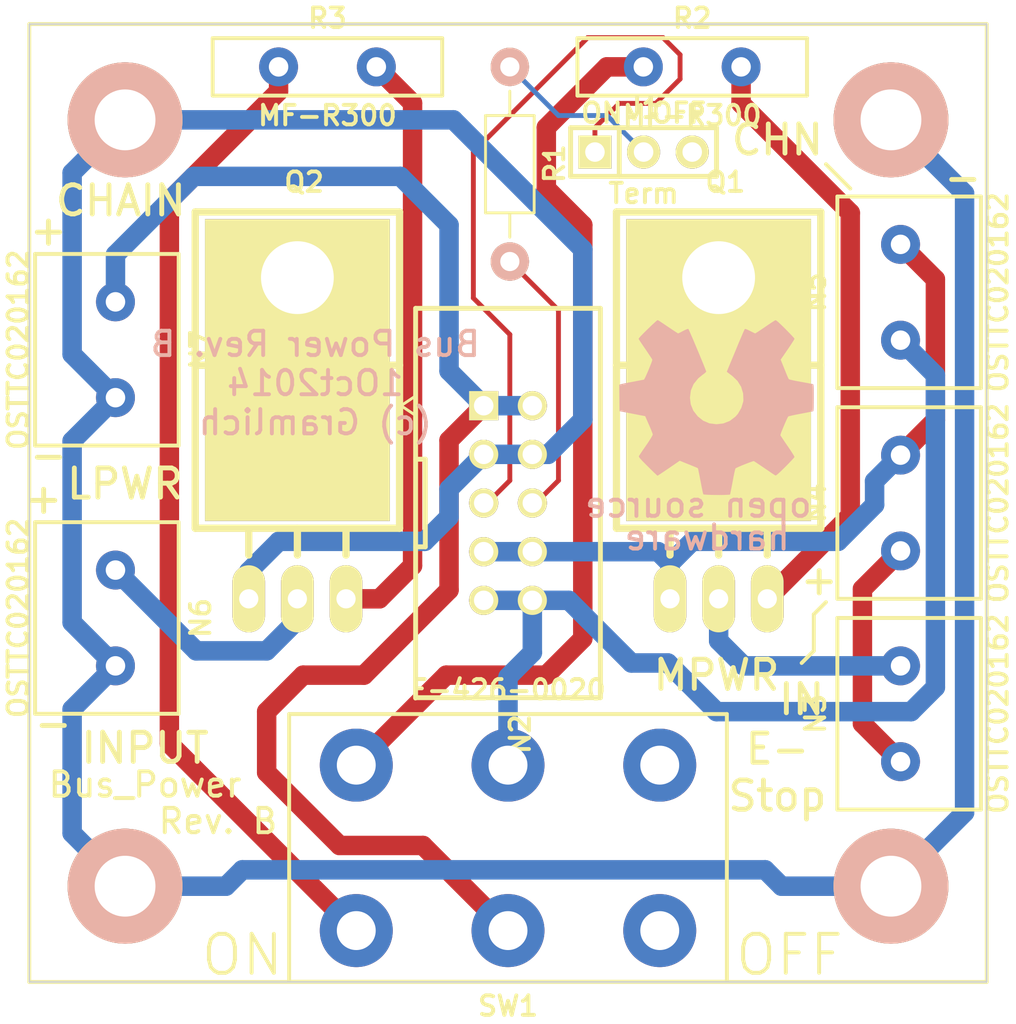
<source format=kicad_pcb>
(kicad_pcb (version 4) (host pcbnew "(2014-jul-16 BZR unknown)-product")

  (general
    (links 28)
    (no_connects 0)
    (area 99.949999 99.949999 150.050001 150.050001)
    (thickness 1.6)
    (drawings 34)
    (tracks 120)
    (zones 0)
    (modules 18)
    (nets 18)
  )

  (page A4)
  (layers
    (0 F.Cu signal)
    (31 B.Cu signal)
    (32 B.Adhes user)
    (33 F.Adhes user)
    (34 B.Paste user)
    (35 F.Paste user)
    (36 B.SilkS user)
    (37 F.SilkS user)
    (38 B.Mask user)
    (39 F.Mask user)
    (40 Dwgs.User user)
    (41 Cmts.User user)
    (42 Eco1.User user)
    (43 Eco2.User user)
    (44 Edge.Cuts user)
  )

  (setup
    (last_trace_width 0.254)
    (user_trace_width 0.254)
    (user_trace_width 1.016)
    (trace_clearance 0.254)
    (zone_clearance 0.508)
    (zone_45_only no)
    (trace_min 0.254)
    (segment_width 0.2032)
    (edge_width 0.1)
    (via_size 0.889)
    (via_drill 0.635)
    (via_min_size 0.889)
    (via_min_drill 0.508)
    (uvia_size 0.508)
    (uvia_drill 0.127)
    (uvias_allowed no)
    (uvia_min_size 0.508)
    (uvia_min_drill 0.127)
    (pcb_text_width 0.3)
    (pcb_text_size 1.5 1.5)
    (mod_edge_width 0.15)
    (mod_text_size 1 1)
    (mod_text_width 0.15)
    (pad_size 1.5 1.5)
    (pad_drill 0.6)
    (pad_to_mask_clearance 0)
    (aux_axis_origin 0 0)
    (visible_elements 7FFEFFFF)
    (pcbplotparams
      (layerselection 0x010f0_80000001)
      (usegerberextensions true)
      (excludeedgelayer true)
      (linewidth 0.100000)
      (plotframeref false)
      (viasonmask false)
      (mode 1)
      (useauxorigin false)
      (hpglpennumber 1)
      (hpglpenspeed 20)
      (hpglpendiameter 15)
      (hpglpenoverlay 2)
      (psnegative false)
      (psa4output false)
      (plotreference true)
      (plotvalue false)
      (plotinvisibletext false)
      (padsonsilk false)
      (subtractmaskfromsilk false)
      (outputformat 1)
      (mirror false)
      (drillshape 0)
      (scaleselection 1)
      (outputdirectory ""))
  )

  (net 0 "")
  (net 1 /LPWR1)
  (net 2 /LPWR3)
  (net 3 /LPWR2)
  (net 4 /LPWR4)
  (net 5 /LGND)
  (net 6 "Net-(J1-Pad2)")
  (net 7 "Net-(J1-Pad3)")
  (net 8 "Net-(SW1-Pad6)")
  (net 9 "Net-(SW1-Pad3)")
  (net 10 "Net-(J1-Pad1)")
  (net 11 "Net-(N2-Pad6)")
  (net 12 /MGND)
  (net 13 /MPWR4)
  (net 14 /MPWR1)
  (net 15 /MPWR2)
  (net 16 /MPWR3)
  (net 17 /MPWR0)

  (net_class Default "This is the default net class."
    (clearance 0.254)
    (trace_width 0.254)
    (via_dia 0.889)
    (via_drill 0.635)
    (uvia_dia 0.508)
    (uvia_drill 0.127)
    (add_net "Net-(J1-Pad1)")
    (add_net "Net-(J1-Pad2)")
    (add_net "Net-(J1-Pad3)")
    (add_net "Net-(N2-Pad6)")
    (add_net "Net-(SW1-Pad3)")
    (add_net "Net-(SW1-Pad6)")
  )

  (net_class Power ""
    (clearance 0.254)
    (trace_width 1.016)
    (via_dia 0.889)
    (via_drill 0.635)
    (uvia_dia 0.508)
    (uvia_drill 0.127)
    (add_net /LGND)
    (add_net /LPWR1)
    (add_net /LPWR2)
    (add_net /LPWR3)
    (add_net /LPWR4)
    (add_net /MGND)
    (add_net /MPWR0)
    (add_net /MPWR1)
    (add_net /MPWR2)
    (add_net /MPWR3)
    (add_net /MPWR4)
  )

  (module Bus_Usb_Power:OSHW_LOGO_400mil (layer B.Cu) (tedit 0) (tstamp 54B0266F)
    (at 135.89 120.015)
    (path /53AA4798)
    (fp_text reference G1 (at 0 -5.38734) (layer B.SilkS) hide
      (effects (font (size 0.46228 0.46228) (thickness 0.09144)) (justify mirror))
    )
    (fp_text value OSHW_LOGO (at 0 5.38734) (layer B.SilkS) hide
      (effects (font (size 0.46228 0.46228) (thickness 0.09144)) (justify mirror))
    )
    (fp_poly (pts (xy -3.07848 -4.56184) (xy -3.02514 -4.53644) (xy -2.90576 -4.46024) (xy -2.73812 -4.34848)
      (xy -2.53746 -4.21386) (xy -2.3368 -4.07924) (xy -2.16916 -3.96748) (xy -2.05486 -3.89382)
      (xy -2.0066 -3.86588) (xy -1.9812 -3.87604) (xy -1.88468 -3.92176) (xy -1.74498 -3.99542)
      (xy -1.66624 -4.03606) (xy -1.5367 -4.09194) (xy -1.47574 -4.1021) (xy -1.46304 -4.08432)
      (xy -1.41732 -3.9878) (xy -1.34366 -3.82016) (xy -1.24714 -3.60172) (xy -1.13792 -3.34264)
      (xy -1.02108 -3.06578) (xy -0.9017 -2.7813) (xy -0.78994 -2.50952) (xy -0.69088 -2.26822)
      (xy -0.61214 -2.0701) (xy -0.5588 -1.93294) (xy -0.53848 -1.87198) (xy -0.5461 -1.86182)
      (xy -0.6096 -1.79832) (xy -0.72136 -1.7145) (xy -0.96012 -1.52146) (xy -1.19888 -1.22428)
      (xy -1.34366 -0.88646) (xy -1.38938 -0.51308) (xy -1.34874 -0.16764) (xy -1.21412 0.1651)
      (xy -0.98044 0.46482) (xy -0.6985 0.68834) (xy -0.37084 0.82804) (xy 0 0.87376)
      (xy 0.35306 0.83312) (xy 0.69342 0.70104) (xy 0.99314 0.47244) (xy 1.12014 0.32512)
      (xy 1.2954 0.02286) (xy 1.39446 -0.30226) (xy 1.40462 -0.38608) (xy 1.38938 -0.74168)
      (xy 1.28524 -1.08458) (xy 1.09474 -1.38938) (xy 0.83312 -1.64084) (xy 0.80264 -1.6637)
      (xy 0.68072 -1.75514) (xy 0.59944 -1.8161) (xy 0.53594 -1.86944) (xy 0.9906 -2.96164)
      (xy 1.06172 -3.1369) (xy 1.18618 -3.43408) (xy 1.29794 -3.69316) (xy 1.3843 -3.8989)
      (xy 1.44526 -4.03352) (xy 1.47066 -4.0894) (xy 1.47574 -4.09194) (xy 1.51384 -4.09956)
      (xy 1.59766 -4.06908) (xy 1.75006 -3.99542) (xy 1.85166 -3.94462) (xy 1.9685 -3.88874)
      (xy 2.0193 -3.86588) (xy 2.06248 -3.89128) (xy 2.17678 -3.9624) (xy 2.33934 -4.07162)
      (xy 2.53492 -4.2037) (xy 2.72034 -4.3307) (xy 2.89052 -4.445) (xy 3.01752 -4.52374)
      (xy 3.07594 -4.55676) (xy 3.0861 -4.55676) (xy 3.13944 -4.52628) (xy 3.2385 -4.445)
      (xy 3.38836 -4.30276) (xy 3.59918 -4.09702) (xy 3.62966 -4.064) (xy 3.80238 -3.88874)
      (xy 3.94462 -3.73888) (xy 4.0386 -3.63474) (xy 4.07162 -3.58648) (xy 4.07162 -3.58648)
      (xy 4.04114 -3.52806) (xy 3.9624 -3.4036) (xy 3.8481 -3.22834) (xy 3.71094 -3.02514)
      (xy 3.34772 -2.49936) (xy 3.54838 -2.00406) (xy 3.60934 -1.85166) (xy 3.68554 -1.66624)
      (xy 3.74396 -1.53416) (xy 3.77444 -1.47828) (xy 3.82778 -1.45796) (xy 3.9624 -1.42494)
      (xy 4.16052 -1.3843) (xy 4.3942 -1.34112) (xy 4.61772 -1.30048) (xy 4.82092 -1.26238)
      (xy 4.96824 -1.23444) (xy 5.03428 -1.2192) (xy 5.04952 -1.21158) (xy 5.06222 -1.17856)
      (xy 5.06984 -1.10998) (xy 5.07492 -0.98806) (xy 5.07746 -0.79502) (xy 5.07746 -0.51308)
      (xy 5.07746 -0.4826) (xy 5.07492 -0.2159) (xy 5.07238 -0.00254) (xy 5.06476 0.13462)
      (xy 5.0546 0.1905) (xy 5.0546 0.1905) (xy 4.9911 0.20574) (xy 4.84886 0.23622)
      (xy 4.64566 0.27686) (xy 4.40436 0.32258) (xy 4.38912 0.32512) (xy 4.15036 0.37084)
      (xy 3.94716 0.41402) (xy 3.80746 0.44704) (xy 3.7465 0.46482) (xy 3.73634 0.4826)
      (xy 3.68554 0.57404) (xy 3.61696 0.7239) (xy 3.53822 0.90678) (xy 3.45948 1.09474)
      (xy 3.3909 1.26492) (xy 3.34518 1.39192) (xy 3.33248 1.4478) (xy 3.33248 1.45034)
      (xy 3.37058 1.50876) (xy 3.45186 1.63068) (xy 3.5687 1.80594) (xy 3.7084 2.00914)
      (xy 3.7211 2.02438) (xy 3.85826 2.22758) (xy 3.97002 2.4003) (xy 4.04368 2.52222)
      (xy 4.07162 2.5781) (xy 4.07162 2.58064) (xy 4.0259 2.6416) (xy 3.92176 2.7559)
      (xy 3.77444 2.91084) (xy 3.59664 3.09118) (xy 3.54076 3.14706) (xy 3.34264 3.3401)
      (xy 3.20548 3.46456) (xy 3.11912 3.53314) (xy 3.07848 3.54838) (xy 3.07848 3.54584)
      (xy 3.01752 3.51028) (xy 2.88798 3.42646) (xy 2.71526 3.30708) (xy 2.50952 3.16738)
      (xy 2.49428 3.15722) (xy 2.29108 3.02006) (xy 2.1209 2.90576) (xy 2.00152 2.82702)
      (xy 1.94818 2.794) (xy 1.94056 2.794) (xy 1.85674 2.8194) (xy 1.71196 2.8702)
      (xy 1.53416 2.93878) (xy 1.3462 3.01244) (xy 1.17602 3.0861) (xy 1.04902 3.14452)
      (xy 0.98806 3.17754) (xy 0.98552 3.18262) (xy 0.9652 3.25374) (xy 0.92964 3.40614)
      (xy 0.88646 3.61442) (xy 0.84074 3.86334) (xy 0.83312 3.90398) (xy 0.7874 4.14528)
      (xy 0.74676 4.34594) (xy 0.71882 4.4831) (xy 0.70612 4.54152) (xy 0.67056 4.54914)
      (xy 0.55118 4.55676) (xy 0.37084 4.56184) (xy 0.1524 4.56438) (xy -0.0762 4.56184)
      (xy -0.30226 4.5593) (xy -0.49276 4.55168) (xy -0.62992 4.54152) (xy -0.68834 4.53136)
      (xy -0.68834 4.52628) (xy -0.7112 4.45262) (xy -0.74422 4.30022) (xy -0.7874 4.0894)
      (xy -0.83312 3.84048) (xy -0.84328 3.7973) (xy -0.889 3.556) (xy -0.92964 3.35788)
      (xy -0.95758 3.22072) (xy -0.97282 3.16738) (xy -0.99568 3.15468) (xy -1.09474 3.1115)
      (xy -1.2573 3.04546) (xy -1.45796 2.96418) (xy -1.92278 2.77622) (xy -2.49174 3.16738)
      (xy -2.54508 3.20294) (xy -2.75082 3.34264) (xy -2.91846 3.4544) (xy -3.0353 3.5306)
      (xy -3.08356 3.55854) (xy -3.08864 3.556) (xy -3.14452 3.5052) (xy -3.25882 3.39852)
      (xy -3.41122 3.24866) (xy -3.59156 3.07086) (xy -3.72364 2.93878) (xy -3.88112 2.77876)
      (xy -3.98018 2.66954) (xy -4.03606 2.60096) (xy -4.05384 2.56032) (xy -4.0513 2.53238)
      (xy -4.0132 2.47396) (xy -3.92938 2.34696) (xy -3.81254 2.17424) (xy -3.67284 1.97358)
      (xy -3.55854 1.80594) (xy -3.43408 1.6129) (xy -3.35534 1.47574) (xy -3.3274 1.4097)
      (xy -3.33502 1.38176) (xy -3.37312 1.27) (xy -3.4417 1.10236) (xy -3.52806 0.9017)
      (xy -3.72618 0.44958) (xy -4.02082 0.3937) (xy -4.20116 0.35814) (xy -4.45008 0.30988)
      (xy -4.69138 0.26416) (xy -5.06476 0.1905) (xy -5.08 -1.18618) (xy -5.02158 -1.20904)
      (xy -4.9657 -1.22428) (xy -4.826 -1.25476) (xy -4.62788 -1.2954) (xy -4.3942 -1.33858)
      (xy -4.19608 -1.37668) (xy -3.99542 -1.41478) (xy -3.85064 -1.44272) (xy -3.78714 -1.45542)
      (xy -3.7719 -1.47828) (xy -3.7211 -1.5748) (xy -3.64998 -1.72974) (xy -3.5687 -1.91516)
      (xy -3.48996 -2.1082) (xy -3.41884 -2.286) (xy -3.37058 -2.42062) (xy -3.35026 -2.49174)
      (xy -3.3782 -2.54508) (xy -3.4544 -2.66192) (xy -3.56616 -2.82956) (xy -3.70078 -3.03022)
      (xy -3.83794 -3.22834) (xy -3.95224 -3.39852) (xy -4.03352 -3.52298) (xy -4.06654 -3.57886)
      (xy -4.0513 -3.61696) (xy -3.97002 -3.71348) (xy -3.82016 -3.86842) (xy -3.59664 -4.0894)
      (xy -3.55854 -4.12496) (xy -3.38074 -4.29768) (xy -3.23088 -4.43484) (xy -3.12674 -4.52882)
      (xy -3.07848 -4.56184)) (layer B.SilkS) (width 0.00254))
  )

  (module Bus_Usb_Power:MountingHole_3mm (layer F.Cu) (tedit 53A7A920) (tstamp 54B02672)
    (at 105 105)
    (descr "Mounting hole, Befestigungsbohrung, 3mm, No Annular, Kein Restring,")
    (tags "Mounting hole, Befestigungsbohrung, 3mm, No Annular, Kein Restring,")
    (path /53AA33AA)
    (fp_text reference H1 (at 0 0) (layer F.SilkS)
      (effects (font (size 1.016 1.016) (thickness 0.2032)))
    )
    (fp_text value 3MM_HOLE (at 0 4.29) (layer F.SilkS) hide
      (effects (font (size 1.016 1.016) (thickness 0.2032)))
    )
    (fp_circle (center 0 0) (end 3 0) (layer Cmts.User) (width 0.381))
    (pad 1 thru_hole circle (at 0 0) (size 6 6) (drill 3.175) (layers *.Cu *.SilkS)
      (net 5 /LGND))
  )

  (module Bus_Usb_Power:MountingHole_3mm (layer F.Cu) (tedit 53A7A920) (tstamp 54B02676)
    (at 145 105)
    (descr "Mounting hole, Befestigungsbohrung, 3mm, No Annular, Kein Restring,")
    (tags "Mounting hole, Befestigungsbohrung, 3mm, No Annular, Kein Restring,")
    (path /53E91440)
    (fp_text reference H2 (at 0 0) (layer F.SilkS)
      (effects (font (size 1.016 1.016) (thickness 0.2032)))
    )
    (fp_text value 3MM_HOLE (at 0 4.29) (layer F.SilkS) hide
      (effects (font (size 1.016 1.016) (thickness 0.2032)))
    )
    (fp_circle (center 0 0) (end 3 0) (layer Cmts.User) (width 0.381))
    (pad 1 thru_hole circle (at 0 0) (size 6 6) (drill 3.175) (layers *.Cu *.SilkS)
      (net 5 /LGND))
  )

  (module Bus_Usb_Power:MountingHole_3mm (layer F.Cu) (tedit 53A7A920) (tstamp 54B0267A)
    (at 105 145)
    (descr "Mounting hole, Befestigungsbohrung, 3mm, No Annular, Kein Restring,")
    (tags "Mounting hole, Befestigungsbohrung, 3mm, No Annular, Kein Restring,")
    (path /53E914C5)
    (fp_text reference H3 (at 0 0) (layer F.SilkS)
      (effects (font (size 1.016 1.016) (thickness 0.2032)))
    )
    (fp_text value 3MM_HOLE (at 0 4.29) (layer F.SilkS) hide
      (effects (font (size 1.016 1.016) (thickness 0.2032)))
    )
    (fp_circle (center 0 0) (end 3 0) (layer Cmts.User) (width 0.381))
    (pad 1 thru_hole circle (at 0 0) (size 6 6) (drill 3.175) (layers *.Cu *.SilkS)
      (net 5 /LGND))
  )

  (module Bus_Usb_Power:MountingHole_3mm (layer F.Cu) (tedit 53A7A920) (tstamp 54B0267E)
    (at 145 145)
    (descr "Mounting hole, Befestigungsbohrung, 3mm, No Annular, Kein Restring,")
    (tags "Mounting hole, Befestigungsbohrung, 3mm, No Annular, Kein Restring,")
    (path /53E91517)
    (fp_text reference H4 (at 0 0) (layer F.SilkS)
      (effects (font (size 1.016 1.016) (thickness 0.2032)))
    )
    (fp_text value 3MM_HOLE (at 0 4.29) (layer F.SilkS) hide
      (effects (font (size 1.016 1.016) (thickness 0.2032)))
    )
    (fp_circle (center 0 0) (end 3 0) (layer Cmts.User) (width 0.381))
    (pad 1 thru_hole circle (at 0 0) (size 6 6) (drill 3.175) (layers *.Cu *.SilkS)
      (net 5 /LGND))
  )

  (module Bus_Usb_Power:Pin_Header_Straight_1x03 (layer F.Cu) (tedit 53E7D485) (tstamp 54B02682)
    (at 132.08 106.68)
    (descr "1 pin")
    (tags "CONN DEV")
    (path /53E8D609)
    (fp_text reference J1 (at 0 -2.286) (layer F.SilkS)
      (effects (font (size 1.016 1.016) (thickness 0.2032)))
    )
    (fp_text value TERMINATE_JUMPER (at -0.01 2.45) (layer F.SilkS) hide
      (effects (font (size 1.016 1.016) (thickness 0.2032)))
    )
    (fp_line (start -1.27 1.27) (end 3.81 1.27) (layer F.SilkS) (width 0.254))
    (fp_line (start 3.81 1.27) (end 3.81 -1.27) (layer F.SilkS) (width 0.254))
    (fp_line (start 3.81 -1.27) (end -1.27 -1.27) (layer F.SilkS) (width 0.254))
    (fp_line (start -3.81 -1.27) (end -1.27 -1.27) (layer F.SilkS) (width 0.254))
    (fp_line (start -1.27 -1.27) (end -1.27 1.27) (layer F.SilkS) (width 0.254))
    (fp_line (start -3.81 -1.27) (end -3.81 1.27) (layer F.SilkS) (width 0.254))
    (fp_line (start -3.81 1.27) (end -1.27 1.27) (layer F.SilkS) (width 0.254))
    (pad 1 thru_hole rect (at -2.54 0) (size 1.7272 1.7272) (drill 1.016) (layers *.Cu *.Mask F.SilkS)
      (net 10 "Net-(J1-Pad1)"))
    (pad 2 thru_hole circle (at 0 0) (size 1.7272 1.7272) (drill 1.016) (layers *.Cu *.Mask F.SilkS)
      (net 6 "Net-(J1-Pad2)"))
    (pad 3 thru_hole circle (at 2.54 0) (size 1.7272 1.7272) (drill 1.016) (layers *.Cu *.Mask F.SilkS)
      (net 7 "Net-(J1-Pad3)"))
    (model Pin_Headers/Pin_Header_Straight_1x03.wrl
      (at (xyz 0 0 0))
      (scale (xyz 1 1 1))
      (rotate (xyz 0 0 0))
    )
  )

  (module Bus_Usb_Power:Pin_Header_Straight_2x05_Shrouded (layer F.Cu) (tedit 53C2F55E) (tstamp 54B02688)
    (at 125 125 270)
    (descr "Male 2x5 Header 2.54mm pitch")
    (tags CONN)
    (path /53E91E68)
    (fp_text reference N2 (at 12.065 -0.635 450) (layer F.SilkS)
      (effects (font (size 1.016 1.016) (thickness 0.2032)))
    )
    (fp_text value BUS_MASTER_HEADER (at 0 6.5 270) (layer F.SilkS) hide
      (effects (font (size 1.016 1.016) (thickness 0.2032)))
    )
    (fp_line (start -5.08 5.588) (end -5.588 4.826) (layer F.SilkS) (width 0.15))
    (fp_line (start -5.08 5.588) (end -4.572 4.826) (layer F.SilkS) (width 0.15))
    (fp_line (start 2.286 4.826) (end 2.286 4.318) (layer F.SilkS) (width 0.254))
    (fp_line (start 2.286 4.318) (end -2.286 4.318) (layer F.SilkS) (width 0.254))
    (fp_line (start -2.286 4.318) (end -2.286 4.826) (layer F.SilkS) (width 0.254))
    (fp_line (start -10.16 -4.826) (end 10.16 -4.826) (layer F.SilkS) (width 0.254))
    (fp_line (start 10.16 -4.826) (end 10.16 4.826) (layer F.SilkS) (width 0.254))
    (fp_line (start 10.16 4.826) (end -10.16 4.826) (layer F.SilkS) (width 0.254))
    (fp_line (start -10.16 4.826) (end -10.16 -4.826) (layer F.SilkS) (width 0.254))
    (pad 1 thru_hole rect (at -5.08 1.27 270) (size 1.524 1.524) (drill 1.016) (layers *.Cu *.Mask F.SilkS)
      (net 4 /LPWR4))
    (pad 2 thru_hole circle (at -5.08 -1.27 270) (size 1.524 1.524) (drill 1.016) (layers *.Cu *.Mask F.SilkS)
      (net 4 /LPWR4))
    (pad 3 thru_hole circle (at -2.54 1.27 270) (size 1.524 1.524) (drill 1.016) (layers *.Cu *.Mask F.SilkS)
      (net 5 /LGND))
    (pad 4 thru_hole circle (at -2.54 -1.27 270) (size 1.524 1.524) (drill 1.016) (layers *.Cu *.Mask F.SilkS)
      (net 5 /LGND))
    (pad 5 thru_hole circle (at 0 1.27 270) (size 1.524 1.524) (drill 1.016) (layers *.Cu *.Mask F.SilkS)
      (net 10 "Net-(J1-Pad1)"))
    (pad 6 thru_hole circle (at 0 -1.27 270) (size 1.524 1.524) (drill 1.016) (layers *.Cu *.Mask F.SilkS)
      (net 11 "Net-(N2-Pad6)"))
    (pad 7 thru_hole circle (at 2.54 1.27 270) (size 1.524 1.524) (drill 1.016) (layers *.Cu *.Mask F.SilkS)
      (net 12 /MGND))
    (pad 8 thru_hole circle (at 2.54 -1.27 270) (size 1.524 1.524) (drill 1.016) (layers *.Cu *.Mask F.SilkS)
      (net 12 /MGND))
    (pad 9 thru_hole circle (at 5.08 1.27 270) (size 1.524 1.524) (drill 1.016) (layers *.Cu *.Mask F.SilkS)
      (net 13 /MPWR4))
    (pad 10 thru_hole circle (at 5.08 -1.27 270) (size 1.524 1.524) (drill 1.016) (layers *.Cu *.Mask F.SilkS)
      (net 13 /MPWR4))
    (model pin_array/pins_array_5x2.wrl
      (at (xyz 0 0 0))
      (scale (xyz 1 1 1))
      (rotate (xyz 0 0 0))
    )
  )

  (module Bus_Usb_Power:5MM_TERMINAL_BLOCK_2_POS (layer F.Cu) (tedit 53B6F03D) (tstamp 54B02695)
    (at 145.5 136 270)
    (path /53B7CA66)
    (fp_text reference N3 (at 0 4.445 270) (layer F.SilkS)
      (effects (font (size 1.016 1.016) (thickness 0.2032)))
    )
    (fp_text value OSTTC020162 (at 0 -5.08 270) (layer F.SilkS)
      (effects (font (size 1.016 1.016) (thickness 0.2032)))
    )
    (fp_line (start -5 -4.2) (end -5 3.3) (layer F.SilkS) (width 0.2032))
    (fp_line (start -5 3.3) (end 5 3.3) (layer F.SilkS) (width 0.2032))
    (fp_line (start 5 3.3) (end 5 -4.2) (layer F.SilkS) (width 0.2032))
    (fp_line (start 5 -4.2) (end -5 -4.2) (layer F.SilkS) (width 0.2032))
    (pad 1 thru_hole circle (at -2.5 0 270) (size 2.032 2.032) (drill 1.016) (layers *.Cu *.Mask)
      (net 14 /MPWR1))
    (pad 2 thru_hole circle (at 2.5 0 270) (size 2.032 2.032) (drill 1.016) (layers *.Cu *.Mask)
      (net 17 /MPWR0))
  )

  (module Bus_Usb_Power:5MM_TERMINAL_BLOCK_2_POS (layer F.Cu) (tedit 53B6F03D) (tstamp 54B0269A)
    (at 145.5 125 270)
    (path /53B61F22)
    (fp_text reference N4 (at 0 4.445 270) (layer F.SilkS)
      (effects (font (size 1.016 1.016) (thickness 0.2032)))
    )
    (fp_text value OSTTC020162 (at 0 -5.08 270) (layer F.SilkS)
      (effects (font (size 1.016 1.016) (thickness 0.2032)))
    )
    (fp_line (start -5 -4.2) (end -5 3.3) (layer F.SilkS) (width 0.2032))
    (fp_line (start -5 3.3) (end 5 3.3) (layer F.SilkS) (width 0.2032))
    (fp_line (start 5 3.3) (end 5 -4.2) (layer F.SilkS) (width 0.2032))
    (fp_line (start 5 -4.2) (end -5 -4.2) (layer F.SilkS) (width 0.2032))
    (pad 1 thru_hole circle (at -2.5 0 270) (size 2.032 2.032) (drill 1.016) (layers *.Cu *.Mask)
      (net 12 /MGND))
    (pad 2 thru_hole circle (at 2.5 0 270) (size 2.032 2.032) (drill 1.016) (layers *.Cu *.Mask)
      (net 17 /MPWR0))
  )

  (module Bus_Usb_Power:5MM_TERMINAL_BLOCK_2_POS (layer F.Cu) (tedit 53B6F03D) (tstamp 54B0269F)
    (at 145.5 114 270)
    (path /53B63175)
    (fp_text reference N5 (at 0 4.445 270) (layer F.SilkS)
      (effects (font (size 1.016 1.016) (thickness 0.2032)))
    )
    (fp_text value OSTTC020162 (at 0 -5.08 270) (layer F.SilkS)
      (effects (font (size 1.016 1.016) (thickness 0.2032)))
    )
    (fp_line (start -5 -4.2) (end -5 3.3) (layer F.SilkS) (width 0.2032))
    (fp_line (start -5 3.3) (end 5 3.3) (layer F.SilkS) (width 0.2032))
    (fp_line (start 5 3.3) (end 5 -4.2) (layer F.SilkS) (width 0.2032))
    (fp_line (start 5 -4.2) (end -5 -4.2) (layer F.SilkS) (width 0.2032))
    (pad 1 thru_hole circle (at -2.5 0 270) (size 2.032 2.032) (drill 1.016) (layers *.Cu *.Mask)
      (net 12 /MGND))
    (pad 2 thru_hole circle (at 2.5 0 270) (size 2.032 2.032) (drill 1.016) (layers *.Cu *.Mask)
      (net 13 /MPWR4))
  )

  (module Bus_Usb_Power:5MM_TERMINAL_BLOCK_2_POS (layer F.Cu) (tedit 53B6F03D) (tstamp 54B026A4)
    (at 104.5 131 90)
    (path /53B64AE0)
    (fp_text reference N6 (at 0 4.445 90) (layer F.SilkS)
      (effects (font (size 1.016 1.016) (thickness 0.2032)))
    )
    (fp_text value OSTTC020162 (at 0 -5.08 90) (layer F.SilkS)
      (effects (font (size 1.016 1.016) (thickness 0.2032)))
    )
    (fp_line (start -5 -4.2) (end -5 3.3) (layer F.SilkS) (width 0.2032))
    (fp_line (start -5 3.3) (end 5 3.3) (layer F.SilkS) (width 0.2032))
    (fp_line (start 5 3.3) (end 5 -4.2) (layer F.SilkS) (width 0.2032))
    (fp_line (start 5 -4.2) (end -5 -4.2) (layer F.SilkS) (width 0.2032))
    (pad 1 thru_hole circle (at -2.5 0 90) (size 2.032 2.032) (drill 1.016) (layers *.Cu *.Mask)
      (net 5 /LGND))
    (pad 2 thru_hole circle (at 2.5 0 90) (size 2.032 2.032) (drill 1.016) (layers *.Cu *.Mask)
      (net 1 /LPWR1))
  )

  (module Bus_Usb_Power:5MM_TERMINAL_BLOCK_2_POS (layer F.Cu) (tedit 53B6F03D) (tstamp 54B026A9)
    (at 104.5 117 90)
    (path /53B64AE6)
    (fp_text reference N7 (at 0 4.445 90) (layer F.SilkS)
      (effects (font (size 1.016 1.016) (thickness 0.2032)))
    )
    (fp_text value OSTTC020162 (at 0 -5.08 90) (layer F.SilkS)
      (effects (font (size 1.016 1.016) (thickness 0.2032)))
    )
    (fp_line (start -5 -4.2) (end -5 3.3) (layer F.SilkS) (width 0.2032))
    (fp_line (start -5 3.3) (end 5 3.3) (layer F.SilkS) (width 0.2032))
    (fp_line (start 5 3.3) (end 5 -4.2) (layer F.SilkS) (width 0.2032))
    (fp_line (start 5 -4.2) (end -5 -4.2) (layer F.SilkS) (width 0.2032))
    (pad 1 thru_hole circle (at -2.5 0 90) (size 2.032 2.032) (drill 1.016) (layers *.Cu *.Mask)
      (net 5 /LGND))
    (pad 2 thru_hole circle (at 2.5 0 90) (size 2.032 2.032) (drill 1.016) (layers *.Cu *.Mask)
      (net 4 /LPWR4))
  )

  (module Bus_Usb_Power:TO-220_FET-GDS_Horizontal_LargePads (layer F.Cu) (tedit 53BD68A5) (tstamp 54B026AE)
    (at 136 130)
    (descr "TO-220, FET-GDS, Horizontal, Large Pads,")
    (tags "TO-220, FET-GDS, Horizontal, Large Pads,")
    (path /53B62FC0)
    (fp_text reference Q1 (at 0.35052 -21.75002) (layer F.SilkS)
      (effects (font (size 1.016 1.016) (thickness 0.2032)))
    )
    (fp_text value FQP47P06 (at 0 3.175) (layer F.SilkS) hide
      (effects (font (size 1.016 1.016) (thickness 0.2032)))
    )
    (fp_text user G (at -2.54 -5.08) (layer F.SilkS)
      (effects (font (size 1.00076 1.00076) (thickness 0.25146)))
    )
    (fp_text user S (at 2.54 -5.08) (layer F.SilkS)
      (effects (font (size 1.00076 1.00076) (thickness 0.25146)))
    )
    (fp_text user D (at 0 -5.08) (layer F.SilkS)
      (effects (font (size 1.00076 1.00076) (thickness 0.25146)))
    )
    (fp_line (start -2.54 -3.683) (end -2.54 -2.286) (layer F.SilkS) (width 0.381))
    (fp_line (start 0 -3.683) (end 0 -2.286) (layer F.SilkS) (width 0.381))
    (fp_line (start 2.54 -3.683) (end 2.54 -2.286) (layer F.SilkS) (width 0.381))
    (fp_circle (center 0 -16.764) (end 1.778 -14.986) (layer F.SilkS) (width 0.381))
    (fp_line (start 5.334 -12.192) (end 5.334 -20.193) (layer F.SilkS) (width 0.381))
    (fp_line (start 5.334 -20.193) (end -5.334 -20.193) (layer F.SilkS) (width 0.381))
    (fp_line (start -5.334 -20.193) (end -5.334 -12.192) (layer F.SilkS) (width 0.381))
    (fp_line (start 5.334 -3.683) (end 5.334 -12.192) (layer F.SilkS) (width 0.381))
    (fp_line (start 5.334 -12.192) (end -5.334 -12.192) (layer F.SilkS) (width 0.381))
    (fp_line (start -5.334 -12.192) (end -5.334 -3.683) (layer F.SilkS) (width 0.381))
    (fp_line (start 0 -3.683) (end -5.334 -3.683) (layer F.SilkS) (width 0.381))
    (fp_line (start 0 -3.683) (end 5.334 -3.683) (layer F.SilkS) (width 0.381))
    (pad D thru_hole oval (at 0 0 90) (size 3.50012 1.69926) (drill 1.00076) (layers *.Cu *.Mask F.SilkS)
      (net 14 /MPWR1))
    (pad G thru_hole oval (at -2.54 0 90) (size 3.50012 1.69926) (drill 1.00076) (layers *.Cu *.Mask F.SilkS)
      (net 12 /MGND))
    (pad S thru_hole oval (at 2.54 0 90) (size 3.50012 1.69926) (drill 1.00076) (layers *.Cu *.Mask F.SilkS)
      (net 15 /MPWR2))
    (pad 2 thru_hole rect (at 0 -16.764 90) (size 15.748 9.652) (drill 3.79984 (offset -4.826 0)) (layers *.Cu F.SilkS F.Mask))
    (model Transistor_TO-220_Wings3d_RevB_03Sep2012/TO220-vert_RevB_Faktor03937_03Sep2012.wrl
      (at (xyz 0 0 0))
      (scale (xyz 0.3937 0.3937 0.3937))
      (rotate (xyz 0 0 0))
    )
  )

  (module Bus_Usb_Power:TO-220_FET-GDS_Horizontal_LargePads (layer F.Cu) (tedit 53BD68A5) (tstamp 54B026B5)
    (at 114 130)
    (descr "TO-220, FET-GDS, Horizontal, Large Pads,")
    (tags "TO-220, FET-GDS, Horizontal, Large Pads,")
    (path /53B6538A)
    (fp_text reference Q2 (at 0.35052 -21.75002) (layer F.SilkS)
      (effects (font (size 1.016 1.016) (thickness 0.2032)))
    )
    (fp_text value FQP47P06 (at 0 3.175) (layer F.SilkS) hide
      (effects (font (size 1.016 1.016) (thickness 0.2032)))
    )
    (fp_text user G (at -2.54 -5.08) (layer F.SilkS)
      (effects (font (size 1.00076 1.00076) (thickness 0.25146)))
    )
    (fp_text user S (at 2.54 -5.08) (layer F.SilkS)
      (effects (font (size 1.00076 1.00076) (thickness 0.25146)))
    )
    (fp_text user D (at 0 -5.08) (layer F.SilkS)
      (effects (font (size 1.00076 1.00076) (thickness 0.25146)))
    )
    (fp_line (start -2.54 -3.683) (end -2.54 -2.286) (layer F.SilkS) (width 0.381))
    (fp_line (start 0 -3.683) (end 0 -2.286) (layer F.SilkS) (width 0.381))
    (fp_line (start 2.54 -3.683) (end 2.54 -2.286) (layer F.SilkS) (width 0.381))
    (fp_circle (center 0 -16.764) (end 1.778 -14.986) (layer F.SilkS) (width 0.381))
    (fp_line (start 5.334 -12.192) (end 5.334 -20.193) (layer F.SilkS) (width 0.381))
    (fp_line (start 5.334 -20.193) (end -5.334 -20.193) (layer F.SilkS) (width 0.381))
    (fp_line (start -5.334 -20.193) (end -5.334 -12.192) (layer F.SilkS) (width 0.381))
    (fp_line (start 5.334 -3.683) (end 5.334 -12.192) (layer F.SilkS) (width 0.381))
    (fp_line (start 5.334 -12.192) (end -5.334 -12.192) (layer F.SilkS) (width 0.381))
    (fp_line (start -5.334 -12.192) (end -5.334 -3.683) (layer F.SilkS) (width 0.381))
    (fp_line (start 0 -3.683) (end -5.334 -3.683) (layer F.SilkS) (width 0.381))
    (fp_line (start 0 -3.683) (end 5.334 -3.683) (layer F.SilkS) (width 0.381))
    (pad D thru_hole oval (at 0 0 90) (size 3.50012 1.69926) (drill 1.00076) (layers *.Cu *.Mask F.SilkS)
      (net 1 /LPWR1))
    (pad G thru_hole oval (at -2.54 0 90) (size 3.50012 1.69926) (drill 1.00076) (layers *.Cu *.Mask F.SilkS)
      (net 5 /LGND))
    (pad S thru_hole oval (at 2.54 0 90) (size 3.50012 1.69926) (drill 1.00076) (layers *.Cu *.Mask F.SilkS)
      (net 3 /LPWR2))
    (pad 2 thru_hole rect (at 0 -16.764 90) (size 15.748 9.652) (drill 3.79984 (offset -4.826 0)) (layers *.Cu F.SilkS F.Mask))
    (model Transistor_TO-220_Wings3d_RevB_03Sep2012/TO220-vert_RevB_Faktor03937_03Sep2012.wrl
      (at (xyz 0 0 0))
      (scale (xyz 0.3937 0.3937 0.3937))
      (rotate (xyz 0 0 0))
    )
  )

  (module Bus_Usb_Power:Resistor_Horizontal_400 (layer F.Cu) (tedit 53BE9124) (tstamp 54B026BC)
    (at 125.095 107.315 270)
    (descr "Resistor, Axial,  RM 10mm, 1/3W,")
    (tags "Resistor, Axial, RM 10mm, 1/3W,")
    (path /53E8E9A7)
    (fp_text reference R1 (at -0.03 -2.33 270) (layer F.SilkS)
      (effects (font (size 1.016 1.016) (thickness 0.2032)))
    )
    (fp_text value "120 1%" (at -0.02 2.47 270) (layer F.SilkS) hide
      (effects (font (size 1.016 1.016) (thickness 0.2032)))
    )
    (fp_line (start 2.54 0) (end 3.81 0) (layer F.SilkS) (width 0.15))
    (fp_line (start -2.54 0) (end -3.81 0) (layer F.SilkS) (width 0.15))
    (fp_line (start -2.54 -1.27) (end -2.54 1.27) (layer F.SilkS) (width 0.15))
    (fp_line (start -2.54 1.27) (end 2.54 1.27) (layer F.SilkS) (width 0.15))
    (fp_line (start 2.54 1.27) (end 2.54 -1.27) (layer F.SilkS) (width 0.15))
    (fp_line (start 2.54 -1.27) (end -2.54 -1.27) (layer F.SilkS) (width 0.15))
    (pad 1 thru_hole circle (at -5.08 0 270) (size 1.99898 1.99898) (drill 1.00076) (layers *.Cu *.SilkS *.Mask)
      (net 6 "Net-(J1-Pad2)"))
    (pad 2 thru_hole circle (at 5.08 0 270) (size 1.99898 1.99898) (drill 1.00076) (layers *.Cu *.SilkS *.Mask)
      (net 11 "Net-(N2-Pad6)"))
  )

  (module Bus_Usb_Power:MF_R300 (layer F.Cu) (tedit 53B6EBE7) (tstamp 54B026C1)
    (at 134.62 102.235 180)
    (path /53B63849)
    (fp_text reference R2 (at 0 2.54 180) (layer F.SilkS)
      (effects (font (size 1.016 1.016) (thickness 0.2032)))
    )
    (fp_text value MF-R300 (at 0 -2.54 180) (layer F.SilkS)
      (effects (font (size 1.016 1.016) (thickness 0.2032)))
    )
    (fp_line (start -5.9944 1.4986) (end 5.9944 1.4986) (layer F.SilkS) (width 0.2032))
    (fp_line (start 5.9944 1.4986) (end 5.9944 -1.4986) (layer F.SilkS) (width 0.2032))
    (fp_line (start 5.9944 -1.4986) (end -5.9944 -1.4986) (layer F.SilkS) (width 0.2032))
    (fp_line (start -5.9944 -1.4986) (end -5.9944 1.4986) (layer F.SilkS) (width 0.2032))
    (pad 1 thru_hole circle (at -2.5527 0 180) (size 2.032 2.032) (drill 1.016) (layers *.Cu *.Mask)
      (net 15 /MPWR2))
    (pad 2 thru_hole circle (at 2.5527 0 180) (size 2.032 2.032) (drill 1.016) (layers *.Cu *.Mask)
      (net 16 /MPWR3))
  )

  (module Bus_Usb_Power:MF_R300 (layer F.Cu) (tedit 53B6EBE7) (tstamp 54B026C6)
    (at 115.57 102.235 180)
    (path /53B7AD27)
    (fp_text reference R3 (at 0 2.54 180) (layer F.SilkS)
      (effects (font (size 1.016 1.016) (thickness 0.2032)))
    )
    (fp_text value MF-R300 (at 0 -2.54 180) (layer F.SilkS)
      (effects (font (size 1.016 1.016) (thickness 0.2032)))
    )
    (fp_line (start -5.9944 1.4986) (end 5.9944 1.4986) (layer F.SilkS) (width 0.2032))
    (fp_line (start 5.9944 1.4986) (end 5.9944 -1.4986) (layer F.SilkS) (width 0.2032))
    (fp_line (start 5.9944 -1.4986) (end -5.9944 -1.4986) (layer F.SilkS) (width 0.2032))
    (fp_line (start -5.9944 -1.4986) (end -5.9944 1.4986) (layer F.SilkS) (width 0.2032))
    (pad 1 thru_hole circle (at -2.5527 0 180) (size 2.032 2.032) (drill 1.016) (layers *.Cu *.Mask)
      (net 3 /LPWR2))
    (pad 2 thru_hole circle (at 2.5527 0 180) (size 2.032 2.032) (drill 1.016) (layers *.Cu *.Mask)
      (net 2 /LPWR3))
  )

  (module Bus_Usb_Power:GF_426_0020 (layer F.Cu) (tedit 53B6DD0F) (tstamp 54B026CB)
    (at 125 143)
    (path /53B6452D)
    (fp_text reference SW1 (at 0 8.255) (layer F.SilkS)
      (effects (font (size 1.016 1.016) (thickness 0.2032)))
    )
    (fp_text value F-426-0020 (at 0 -8.255) (layer F.SilkS)
      (effects (font (size 1.016 1.016) (thickness 0.2032)))
    )
    (fp_line (start -11.43 -6.985) (end -11.43 6.985) (layer F.SilkS) (width 0.2032))
    (fp_line (start -11.43 6.985) (end 11.43 6.985) (layer F.SilkS) (width 0.2032))
    (fp_line (start 11.43 6.985) (end 11.43 -6.985) (layer F.SilkS) (width 0.2032))
    (fp_line (start 11.43 -6.985) (end -11.43 -6.985) (layer F.SilkS) (width 0.2032))
    (pad 5 thru_hole circle (at 0 4.318) (size 3.81 3.81) (drill 2.032) (layers *.Cu *.Mask)
      (net 4 /LPWR4))
    (pad 2 thru_hole circle (at 0 -4.318) (size 3.81 3.81) (drill 2.032) (layers *.Cu *.Mask)
      (net 13 /MPWR4))
    (pad 6 thru_hole circle (at 7.9248 4.318) (size 3.81 3.81) (drill 2.032) (layers *.Cu *.Mask)
      (net 8 "Net-(SW1-Pad6)"))
    (pad 1 thru_hole circle (at -7.9248 -4.318) (size 3.81 3.81) (drill 2.032) (layers *.Cu *.Mask)
      (net 16 /MPWR3))
    (pad 3 thru_hole circle (at 7.9248 -4.318) (size 3.81 3.81) (drill 2.032) (layers *.Cu *.Mask)
      (net 9 "Net-(SW1-Pad3)"))
    (pad 4 thru_hole circle (at -7.9248 4.318) (size 3.81 3.81) (drill 2.032) (layers *.Cu *.Mask)
      (net 2 /LPWR3))
  )

  (gr_line (start 141.605 107.315) (end 142.875 108.585) (angle 90) (layer F.SilkS) (width 0.2032))
  (gr_line (start 140.97 132.715) (end 140.335 133.35) (angle 90) (layer F.SilkS) (width 0.2032))
  (gr_line (start 140.97 130.81) (end 140.97 132.715) (angle 90) (layer F.SilkS) (width 0.2032))
  (gr_line (start 141.605 130.175) (end 140.97 130.81) (angle 90) (layer F.SilkS) (width 0.2032))
  (gr_text CHN (at 139.065 106.045) (layer F.SilkS)
    (effects (font (thickness 0.254)))
  )
  (gr_text IN (at 140.335 135.255) (layer F.SilkS)
    (effects (font (thickness 0.254)))
  )
  (gr_text CHAIN (at 104.775 109.22) (layer F.SilkS)
    (effects (font (thickness 0.254)))
  )
  (gr_text INPUT (at 106.045 137.795) (layer F.SilkS)
    (effects (font (thickness 0.254)))
  )
  (gr_line (start 100 150) (end 100 100) (angle 90) (layer F.SilkS) (width 0.2032))
  (gr_line (start 150 150) (end 100 150) (angle 90) (layer F.SilkS) (width 0.2032))
  (gr_line (start 150 100) (end 150 150) (angle 90) (layer F.SilkS) (width 0.2032))
  (gr_line (start 100 100) (end 150 100) (angle 90) (layer F.SilkS) (width 0.2032))
  (gr_text Term (at 132.08 108.839) (layer F.SilkS)
    (effects (font (size 1.016 1.016) (thickness 0.2032)))
  )
  (gr_text "ON  OFF" (at 132.08 104.648) (layer F.SilkS)
    (effects (font (size 1.016 1.016) (thickness 0.2032)))
  )
  (gr_line (start 150 100) (end 150 150) (angle 90) (layer Edge.Cuts) (width 0.1))
  (gr_line (start 100 150) (end 150 150) (angle 90) (layer Edge.Cuts) (width 0.1))
  (gr_line (start 100 100) (end 100 150) (angle 90) (layer Edge.Cuts) (width 0.1))
  (gr_text "Bus Power Rev. B\n1Oct2014\n(c) Gramlich" (at 114.935 118.745) (layer B.SilkS)
    (effects (font (size 1.27 1.27) (thickness 0.2032)) (justify mirror))
  )
  (gr_line (start 100 100) (end 150 100) (angle 90) (layer Edge.Cuts) (width 0.1))
  (gr_text MPWR (at 135.89 133.985) (layer F.SilkS)
    (effects (font (thickness 0.254)))
  )
  (gr_text LPWR (at 105 124) (layer F.SilkS)
    (effects (font (thickness 0.254)))
  )
  (gr_text "E-\nStop" (at 139.065 139.065) (layer F.SilkS)
    (effects (font (thickness 0.254)))
  )
  (gr_text - (at 148.75 108) (layer F.SilkS)
    (effects (font (thickness 0.254)) (justify mirror))
  )
  (gr_text + (at 141.25 129) (layer F.SilkS)
    (effects (font (thickness 0.254)) (justify mirror))
  )
  (gr_text - (at 101.25 136.5) (layer F.SilkS)
    (effects (font (thickness 0.254)) (justify mirror))
  )
  (gr_text + (at 100.75 124.75) (layer F.SilkS)
    (effects (font (thickness 0.254)) (justify mirror))
  )
  (gr_text + (at 101 110.75) (layer F.SilkS)
    (effects (font (thickness 0.254)) (justify mirror))
  )
  (gr_text - (at 101 122.5) (layer F.SilkS)
    (effects (font (thickness 0.254)) (justify mirror))
  )
  (gr_text "Rev. B" (at 109.855 141.605) (layer F.SilkS)
    (effects (font (size 1.27 1.27) (thickness 0.2032)))
  )
  (gr_text OFF (at 139.7 148.59) (layer F.SilkS)
    (effects (font (size 2.032 2.032) (thickness 0.2032)))
  )
  (gr_text ON (at 111.125 148.59) (layer F.SilkS)
    (effects (font (size 2.032 2.032) (thickness 0.2032)))
  )
  (gr_text hardware (at 139.827 126.80188) (layer B.SilkS)
    (effects (font (size 1.27 1.27) (thickness 0.2032)) (justify left mirror))
  )
  (gr_text "open source" (at 140.97 125.095) (layer B.SilkS)
    (effects (font (size 1.27 1.27) (thickness 0.2032)) (justify left mirror))
  )
  (gr_text Bus_Power (at 106.045 139.7) (layer F.SilkS)
    (effects (font (size 1.27 1.27) (thickness 0.2032)))
  )

  (segment (start 114 130) (end 114 131.11) (width 1.016) (layer B.Cu) (net 1))
  (segment (start 114 131.11) (end 112.395 132.715) (width 1.016) (layer B.Cu) (net 1) (tstamp 542CBF11))
  (segment (start 108.715 132.715) (end 104.5 128.5) (width 1.016) (layer B.Cu) (net 1) (tstamp 542CBF1B))
  (segment (start 112.395 132.715) (end 108.715 132.715) (width 1.016) (layer B.Cu) (net 1) (tstamp 542CBF14))
  (segment (start 117.0752 147.318) (end 107.315 137.5578) (width 1.016) (layer F.Cu) (net 2))
  (segment (start 113.0173 103.5177) (end 113.0173 102.235) (width 1.016) (layer F.Cu) (net 2) (tstamp 542CBE9B))
  (segment (start 107.315 109.22) (end 113.0173 103.5177) (width 1.016) (layer F.Cu) (net 2) (tstamp 542CBE94))
  (segment (start 107.315 137.5578) (end 107.315 109.22) (width 1.016) (layer F.Cu) (net 2) (tstamp 542CBE8C))
  (segment (start 116.54 130) (end 118.285 130) (width 1.016) (layer F.Cu) (net 3))
  (segment (start 120.015 104.1273) (end 118.1227 102.235) (width 1.016) (layer F.Cu) (net 3) (tstamp 542CBEB1))
  (segment (start 120.015 128.27) (end 120.015 104.1273) (width 1.016) (layer F.Cu) (net 3) (tstamp 542CBEAF))
  (segment (start 118.285 130) (end 120.015 128.27) (width 1.016) (layer F.Cu) (net 3) (tstamp 542CBEAD))
  (segment (start 126.27 119.92) (end 123.73 119.92) (width 1.016) (layer B.Cu) (net 4))
  (segment (start 123.73 119.92) (end 121.92 121.73) (width 1.016) (layer F.Cu) (net 4))
  (segment (start 120.557 142.875) (end 125 147.318) (width 1.016) (layer F.Cu) (net 4) (tstamp 542CBEDF))
  (segment (start 116.205 142.875) (end 120.557 142.875) (width 1.016) (layer F.Cu) (net 4) (tstamp 542CBEDE))
  (segment (start 112.395 139.065) (end 116.205 142.875) (width 1.016) (layer F.Cu) (net 4) (tstamp 542CBEDC))
  (segment (start 112.395 135.89) (end 112.395 139.065) (width 1.016) (layer F.Cu) (net 4) (tstamp 542CBEDB))
  (segment (start 114.3 133.985) (end 112.395 135.89) (width 1.016) (layer F.Cu) (net 4) (tstamp 542CBEDA))
  (segment (start 117.475 133.985) (end 114.3 133.985) (width 1.016) (layer F.Cu) (net 4) (tstamp 542CBED5))
  (segment (start 121.92 129.54) (end 117.475 133.985) (width 1.016) (layer F.Cu) (net 4) (tstamp 542CBED3))
  (segment (start 121.92 121.73) (end 121.92 129.54) (width 1.016) (layer F.Cu) (net 4) (tstamp 542CBED0))
  (segment (start 104.5 114.5) (end 104.5 112.035) (width 1.016) (layer B.Cu) (net 4))
  (segment (start 121.92 118.11) (end 123.73 119.92) (width 1.016) (layer B.Cu) (net 4) (tstamp 542CBCF6))
  (segment (start 121.92 110.49) (end 121.92 118.11) (width 1.016) (layer B.Cu) (net 4) (tstamp 542CBCF4))
  (segment (start 104.5 112.035) (end 108.585 107.95) (width 1.016) (layer B.Cu) (net 4) (tstamp 542CBCED))
  (segment (start 119.38 107.95) (end 121.92 110.49) (width 1.016) (layer B.Cu) (net 4) (tstamp 542CBCF2))
  (segment (start 108.585 107.95) (end 119.38 107.95) (width 1.016) (layer B.Cu) (net 4) (tstamp 542CBCF0))
  (segment (start 111.46 130) (end 111.46 128.57) (width 1.016) (layer B.Cu) (net 5))
  (segment (start 111.46 128.57) (end 113.03 127) (width 1.016) (layer B.Cu) (net 5) (tstamp 542CBF2A))
  (segment (start 113.03 127) (end 120.65 127) (width 1.016) (layer B.Cu) (net 5) (tstamp 542CBF2B))
  (segment (start 120.65 127) (end 121.92 125.73) (width 1.016) (layer B.Cu) (net 5) (tstamp 542CBF2D))
  (segment (start 121.92 125.73) (end 121.92 124.27) (width 1.016) (layer B.Cu) (net 5) (tstamp 542CBF2E))
  (segment (start 121.92 124.27) (end 123.73 122.46) (width 1.016) (layer B.Cu) (net 5) (tstamp 542CBF2F))
  (segment (start 105 105) (end 122.145 105) (width 1.016) (layer B.Cu) (net 5))
  (segment (start 127.095 122.46) (end 126.27 122.46) (width 1.016) (layer B.Cu) (net 5) (tstamp 542CBDC4))
  (segment (start 128.905 120.65) (end 127.095 122.46) (width 1.016) (layer B.Cu) (net 5) (tstamp 542CBDC3))
  (segment (start 128.905 111.76) (end 128.905 120.65) (width 1.016) (layer B.Cu) (net 5) (tstamp 542CBDC0))
  (segment (start 122.145 105) (end 128.905 111.76) (width 1.016) (layer B.Cu) (net 5) (tstamp 542CBDBA))
  (segment (start 126.27 122.46) (end 123.73 122.46) (width 1.016) (layer B.Cu) (net 5))
  (segment (start 145 145) (end 148.844 141.156) (width 1.016) (layer B.Cu) (net 5))
  (segment (start 148.844 108.844) (end 145 105) (width 1.016) (layer B.Cu) (net 5) (tstamp 542CBC92))
  (segment (start 148.844 141.156) (end 148.844 108.844) (width 1.016) (layer B.Cu) (net 5) (tstamp 542CBC8E))
  (segment (start 104.5 119.5) (end 102.235 117.235) (width 1.016) (layer B.Cu) (net 5))
  (segment (start 102.235 107.765) (end 105 105) (width 1.016) (layer B.Cu) (net 5) (tstamp 542CBBF4))
  (segment (start 102.235 117.235) (end 102.235 107.765) (width 1.016) (layer B.Cu) (net 5) (tstamp 542CBBF3))
  (segment (start 104.5 133.5) (end 102.235 131.235) (width 1.016) (layer B.Cu) (net 5))
  (segment (start 102.235 121.765) (end 104.5 119.5) (width 1.016) (layer B.Cu) (net 5) (tstamp 542CBBEE))
  (segment (start 102.235 131.235) (end 102.235 121.765) (width 1.016) (layer B.Cu) (net 5) (tstamp 542CBBED))
  (segment (start 105 145) (end 102.235 142.235) (width 1.016) (layer B.Cu) (net 5))
  (segment (start 102.235 135.765) (end 104.5 133.5) (width 1.016) (layer B.Cu) (net 5) (tstamp 542CBBDA))
  (segment (start 102.235 142.235) (end 102.235 135.765) (width 1.016) (layer B.Cu) (net 5) (tstamp 542CBBD0))
  (segment (start 105 145) (end 110.27 145) (width 1.016) (layer B.Cu) (net 5))
  (segment (start 139.285 145) (end 145 145) (width 1.016) (layer B.Cu) (net 5) (tstamp 542CBA6C))
  (segment (start 138.43 144.145) (end 139.285 145) (width 1.016) (layer B.Cu) (net 5) (tstamp 542CBA69))
  (segment (start 111.125 144.145) (end 138.43 144.145) (width 1.016) (layer B.Cu) (net 5) (tstamp 542CBA67))
  (segment (start 110.27 145) (end 111.125 144.145) (width 1.016) (layer B.Cu) (net 5) (tstamp 542CBA64))
  (segment (start 105 145) (end 105 142.5) (width 1.016) (layer F.Cu) (net 5))
  (segment (start 125.095 102.235) (end 127.635 104.775) (width 0.254) (layer B.Cu) (net 6))
  (segment (start 130.175 104.775) (end 132.08 106.68) (width 0.254) (layer B.Cu) (net 6) (tstamp 542CC3B9))
  (segment (start 127.635 104.775) (end 130.175 104.775) (width 0.254) (layer B.Cu) (net 6) (tstamp 542CC3B4))
  (segment (start 133.985 101.6) (end 133.985 102.87) (width 0.254) (layer F.Cu) (net 10))
  (segment (start 133.096 100.711) (end 133.985 101.6) (width 0.254) (layer F.Cu) (net 10) (tstamp 542CBF5D))
  (segment (start 129.159 100.711) (end 133.096 100.711) (width 0.254) (layer F.Cu) (net 10) (tstamp 542CBF58))
  (segment (start 123.19 106.68) (end 129.159 100.711) (width 0.254) (layer F.Cu) (net 10) (tstamp 542CBF56))
  (segment (start 123.19 114.3) (end 123.19 106.68) (width 0.254) (layer F.Cu) (net 10) (tstamp 542CBF53))
  (segment (start 125.095 116.205) (end 123.19 114.3) (width 0.254) (layer F.Cu) (net 10) (tstamp 542CBF4C))
  (segment (start 125.095 123.825) (end 125.095 116.205) (width 0.254) (layer F.Cu) (net 10) (tstamp 542CBF4A))
  (segment (start 123.92 125) (end 125.095 123.825) (width 0.254) (layer F.Cu) (net 10) (tstamp 542CBF47))
  (segment (start 129.54 105.41) (end 129.54 106.68) (width 0.254) (layer F.Cu) (net 10) (tstamp 542CC3A2))
  (segment (start 130.81 104.14) (end 129.54 105.41) (width 0.254) (layer F.Cu) (net 10) (tstamp 542CC3A1))
  (segment (start 132.715 104.14) (end 130.81 104.14) (width 0.254) (layer F.Cu) (net 10) (tstamp 542CC39D))
  (segment (start 133.985 102.87) (end 132.715 104.14) (width 0.254) (layer F.Cu) (net 10) (tstamp 542CC39C))
  (segment (start 123.73 125) (end 123.92 125) (width 0.254) (layer F.Cu) (net 10))
  (segment (start 126.27 125) (end 126.46 125) (width 0.254) (layer F.Cu) (net 11))
  (segment (start 126.46 125) (end 127.635 123.825) (width 0.254) (layer F.Cu) (net 11) (tstamp 542CBF91))
  (segment (start 127.635 123.825) (end 127.635 114.935) (width 0.254) (layer F.Cu) (net 11) (tstamp 542CBF92))
  (segment (start 127.635 114.935) (end 125.095 112.395) (width 0.254) (layer F.Cu) (net 11) (tstamp 542CBF94))
  (segment (start 126.27 127.54) (end 132.84 127.54) (width 1.016) (layer B.Cu) (net 12))
  (segment (start 132.84 127.54) (end 133.46 128.16) (width 1.016) (layer B.Cu) (net 12) (tstamp 542CBDDE))
  (segment (start 126.27 127.54) (end 123.73 127.54) (width 1.016) (layer B.Cu) (net 12))
  (segment (start 133.46 130) (end 133.46 128.16) (width 1.016) (layer B.Cu) (net 12))
  (segment (start 133.46 128.16) (end 134.62 127) (width 1.016) (layer B.Cu) (net 12) (tstamp 542CBC52))
  (segment (start 144.145 123.855) (end 145.5 122.5) (width 1.016) (layer B.Cu) (net 12) (tstamp 542CBC5E))
  (segment (start 144.145 125.095) (end 144.145 123.855) (width 1.016) (layer B.Cu) (net 12) (tstamp 542CBC5C))
  (segment (start 142.24 127) (end 144.145 125.095) (width 1.016) (layer B.Cu) (net 12) (tstamp 542CBC58))
  (segment (start 134.62 127) (end 142.24 127) (width 1.016) (layer B.Cu) (net 12) (tstamp 542CBC54))
  (segment (start 145.5 122.5) (end 147.32 120.68) (width 1.016) (layer F.Cu) (net 12))
  (segment (start 147.32 113.32) (end 145.5 111.5) (width 1.016) (layer F.Cu) (net 12) (tstamp 542CB999))
  (segment (start 147.32 120.68) (end 147.32 113.32) (width 1.016) (layer F.Cu) (net 12) (tstamp 542CB998))
  (segment (start 125 138.682) (end 125 134.08) (width 1.016) (layer B.Cu) (net 13))
  (segment (start 126.27 132.81) (end 126.27 130.08) (width 1.016) (layer B.Cu) (net 13) (tstamp 542CBD8E))
  (segment (start 125 134.08) (end 126.27 132.81) (width 1.016) (layer B.Cu) (net 13) (tstamp 542CBD81))
  (segment (start 145.5 116.5) (end 147.32 118.32) (width 1.016) (layer B.Cu) (net 13))
  (segment (start 128.175 130.08) (end 126.27 130.08) (width 1.016) (layer B.Cu) (net 13) (tstamp 542CBCDF))
  (segment (start 131.445 133.35) (end 128.175 130.08) (width 1.016) (layer B.Cu) (net 13) (tstamp 542CBCDE))
  (segment (start 133.35 133.35) (end 131.445 133.35) (width 1.016) (layer B.Cu) (net 13) (tstamp 542CBCDC))
  (segment (start 135.89 135.89) (end 133.35 133.35) (width 1.016) (layer B.Cu) (net 13) (tstamp 542CBCDB))
  (segment (start 146.05 135.89) (end 135.89 135.89) (width 1.016) (layer B.Cu) (net 13) (tstamp 542CBCD8))
  (segment (start 147.32 134.62) (end 146.05 135.89) (width 1.016) (layer B.Cu) (net 13) (tstamp 542CBCD0))
  (segment (start 147.32 118.32) (end 147.32 134.62) (width 1.016) (layer B.Cu) (net 13) (tstamp 542CBCCF))
  (segment (start 126.27 130.08) (end 123.73 130.08) (width 1.016) (layer B.Cu) (net 13))
  (segment (start 145.5 133.5) (end 137.31 133.5) (width 1.016) (layer B.Cu) (net 14))
  (segment (start 136 132.19) (end 136 130) (width 1.016) (layer B.Cu) (net 14) (tstamp 542CBC4C))
  (segment (start 137.31 133.5) (end 136 132.19) (width 1.016) (layer B.Cu) (net 14) (tstamp 542CBC4B))
  (segment (start 138.54 130) (end 142.875 125.665) (width 1.016) (layer F.Cu) (net 15))
  (segment (start 137.1727 104.1527) (end 137.1727 102.235) (width 1.016) (layer F.Cu) (net 15) (tstamp 542CBC3D))
  (segment (start 142.875 109.855) (end 137.1727 104.1527) (width 1.016) (layer F.Cu) (net 15) (tstamp 542CBC30))
  (segment (start 142.875 125.665) (end 142.875 109.855) (width 1.016) (layer F.Cu) (net 15) (tstamp 542CBC2C))
  (segment (start 132.0673 102.235) (end 130.162238 102.235) (width 1.016) (layer F.Cu) (net 16))
  (segment (start 127 108.585) (end 128.905 110.49) (width 1.016) (layer F.Cu) (net 16) (tstamp 542CC348))
  (segment (start 127 105.397238) (end 127 108.585) (width 1.016) (layer F.Cu) (net 16) (tstamp 542CC344))
  (segment (start 130.162238 102.235) (end 127 105.397238) (width 1.016) (layer F.Cu) (net 16) (tstamp 542CC340))
  (segment (start 117.0752 138.682) (end 121.7722 133.985) (width 1.016) (layer F.Cu) (net 16))
  (segment (start 128.905 132.08) (end 128.905 110.49) (width 1.016) (layer F.Cu) (net 16) (tstamp 542CBD56))
  (segment (start 127 133.985) (end 128.905 132.08) (width 1.016) (layer F.Cu) (net 16) (tstamp 542CBD55))
  (segment (start 121.7722 133.985) (end 127 133.985) (width 1.016) (layer F.Cu) (net 16) (tstamp 542CBD50))
  (segment (start 145.5 138.5) (end 143.51 136.51) (width 1.016) (layer F.Cu) (net 17))
  (segment (start 143.51 129.49) (end 145.5 127.5) (width 1.016) (layer F.Cu) (net 17) (tstamp 542CCB6B))
  (segment (start 143.51 136.51) (end 143.51 129.49) (width 1.016) (layer F.Cu) (net 17) (tstamp 542CCB55))

)

</source>
